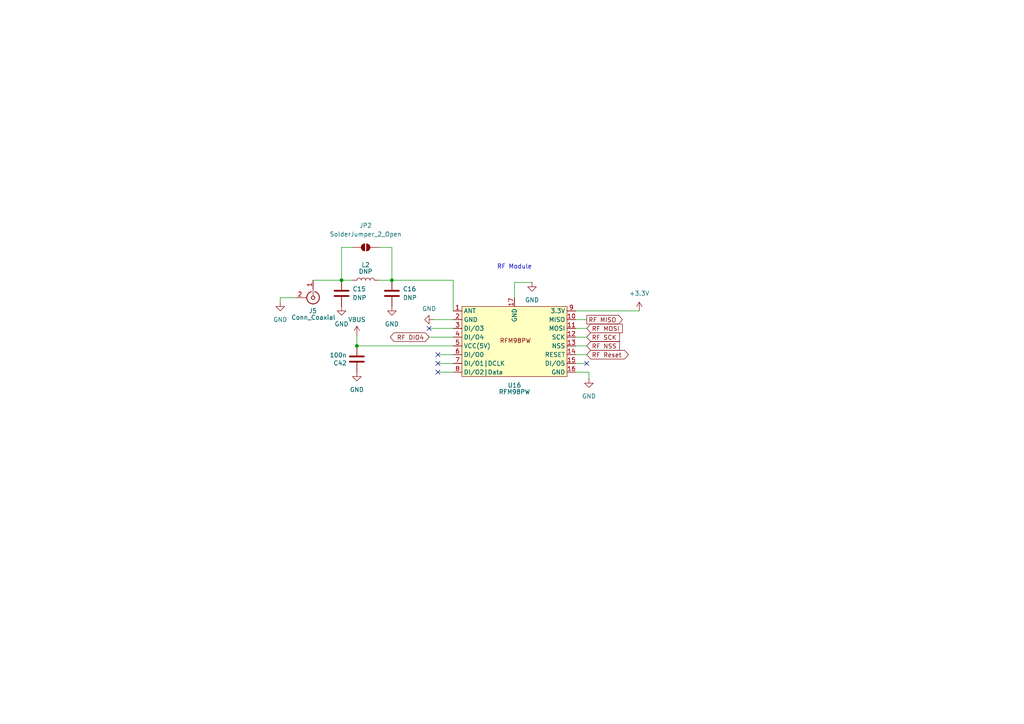
<source format=kicad_sch>
(kicad_sch (version 20250114) (generator "eeschema") (generator_version "9.0")
  (paper "A4")
  (lib_symbols
    (symbol "1my_symbol:RF_Module"
      (property "Reference" "U1" (at 23.876 4.318 0))
      (symbol "RF_Module_1_1"
        (rectangle (start -3.81 -5.08) (end 26.67 -25.4) (fill (type background)))
        (text "RFM98PW" (at 11.684 -14.986 0) (effects (font (size 1.27 1.27))))
        (pin bidirectional line (at -6.35 -6.35 0) (length 2.54) (name "ANT") (number "1"))
        (pin power_in line (at -6.35 -8.89 0) (length 2.54) (name "GND") (number "2"))
        (pin bidirectional line (at -6.35 -11.43 0) (length 2.54) (name "DI/O3") (number "3"))
        (pin bidirectional line (at -6.35 -13.97 0) (length 2.54) (name "DI/O4") (number "4"))
        (pin input line (at -6.35 -16.51 0) (length 2.54) (name "VCC(5V)") (number "5"))
        (pin bidirectional line (at -6.35 -19.05 0) (length 2.54) (name "DI/O0") (number "6"))
        (pin bidirectional line (at -6.35 -21.59 0) (length 2.54) (name "DI/O1|DCLK") (number "7"))
        (pin bidirectional line (at -6.35 -24.13 0) (length 2.54) (name "DI/O2|Data") (number "8"))
        (pin power_in line (at 11.43 -2.54 270) (length 2.54) (name "GND") (number "17"))
        (pin power_out line (at 29.21 -6.35 180) (length 2.54) (name "3.3V") (number "9"))
        (pin output line (at 29.21 -8.89 180) (length 2.54) (name "MISO") (number "10"))
        (pin input line (at 29.21 -11.43 180) (length 2.54) (name "MOSI") (number "11"))
        (pin input line (at 29.21 -13.97 180) (length 2.54) (name "SCK") (number "12"))
        (pin input line (at 29.21 -16.51 180) (length 2.54) (name "NSS") (number "13"))
        (pin bidirectional line (at 29.21 -19.05 180) (length 2.54) (name "RESET") (number "14"))
        (pin bidirectional line (at 29.21 -21.59 180) (length 2.54) (name "DI/O5") (number "15"))
        (pin power_in line (at 29.21 -24.13 180) (length 2.54) (name "GND") (number "16"))
      )
    )
    (symbol "Connector:Conn_Coaxial" (pin_names (offset 1.016) (hide yes))
      (property "Reference" "J" (at 0.254 3.048 0))
      (property "Value" "Conn_Coaxial" (at 2.921 0 90))
      (symbol "Conn_Coaxial_0_1"
        (polyline (pts (xy -2.54 0) (xy -0.508 0)))
        (arc (start 1.778 0) (mid 0.222 -1.8079) (end -1.778 -0.508) (stroke (width 0.254)))
        (arc (start -1.778 0.508) (mid 0.2221 1.8084) (end 1.778 0) (stroke (width 0.254)))
        (circle (center 0 0) (radius 0.508) (stroke (width 0.2032)))
        (polyline (pts (xy 0 -2.54) (xy 0 -1.778)))
      )
      (symbol "Conn_Coaxial_1_1"
        (pin passive line (at -5.08 0 0) (length 2.54) (name "In") (number "1"))
        (pin passive line (at 0 -5.08 90) (length 2.54) (name "Ext") (number "2"))
      )
    )
    (symbol "Device:C" (pin_numbers (hide yes)) (pin_names (offset 0.254))
      (property "Reference" "C" (at 0.635 2.54 0))
      (property "Value" "C" (at 0.635 -2.54 0))
      (symbol "C_0_1"
        (polyline (pts (xy -2.032 0.762) (xy 2.032 0.762)) (stroke (width 0.508)))
        (polyline (pts (xy -2.032 -0.762) (xy 2.032 -0.762)) (stroke (width 0.508)))
      )
      (symbol "C_1_1"
        (pin passive line (at 0 3.81 270) (length 2.794) (name "~") (number "1"))
        (pin passive line (at 0 -3.81 90) (length 2.794) (name "~") (number "2"))
      )
    )
    (symbol "Device:L" (pin_numbers (hide yes)) (pin_names (offset 1.016) (hide yes))
      (property "Reference" "L" (at -1.27 0 90))
      (property "Value" "L" (at 1.905 0 90))
      (symbol "L_0_1"
        (arc (start 0 2.54) (mid 0.6323 1.905) (end 0 1.27))
        (arc (start 0 1.27) (mid 0.6323 0.635) (end 0 0))
        (arc (start 0 0) (mid 0.6323 -0.635) (end 0 -1.27))
        (arc (start 0 -1.27) (mid 0.6323 -1.905) (end 0 -2.54))
      )
      (symbol "L_1_1"
        (pin passive line (at 0 3.81 270) (length 1.27) (name "1") (number "1"))
        (pin passive line (at 0 -3.81 90) (length 1.27) (name "2") (number "2"))
      )
    )
    (symbol "Jumper:SolderJumper_2_Open" (pin_numbers (hide yes)) (pin_names (offset 0) (hide yes)) (exclude_from_sim yes) (in_bom no)
      (property "Reference" "JP" (at 0 2.032 0))
      (property "Value" "SolderJumper_2_Open" (at 0 -2.54 0))
      (symbol "SolderJumper_2_Open_0_1"
        (polyline (pts (xy -0.254 1.016) (xy -0.254 -1.016)))
        (arc (start -0.254 -1.016) (mid -1.2656 0) (end -0.254 1.016))
        (arc (start -0.254 -1.016) (mid -1.2656 0) (end -0.254 1.016) (fill (type outline)))
        (arc (start 0.254 1.016) (mid 1.2656 0) (end 0.254 -1.016))
        (arc (start 0.254 1.016) (mid 1.2656 0) (end 0.254 -1.016) (fill (type outline)))
        (polyline (pts (xy 0.254 1.016) (xy 0.254 -1.016)))
      )
      (symbol "SolderJumper_2_Open_1_1"
        (pin passive line (at -3.81 0 0) (length 2.54) (name "A") (number "1"))
        (pin passive line (at 3.81 0 180) (length 2.54) (name "B") (number "2"))
      )
    )
    (symbol "power:+3.3V" (power) (pin_numbers (hide yes)) (pin_names (offset 0) (hide yes))
      (property "Value" "+3.3V" (at 0 3.556 0))
      (symbol "+3.3V_0_1"
        (polyline (pts (xy -0.762 1.27) (xy 0 2.54)))
        (polyline (pts (xy 0 2.54) (xy 0.762 1.27)))
        (polyline (pts (xy 0 0) (xy 0 2.54)))
      )
      (symbol "+3.3V_1_1"
        (pin power_in line (at 0 0 90) (length 0) (name "~") (number "1"))
      )
    )
    (symbol "power:GND" (power) (pin_numbers (hide yes)) (pin_names (offset 0) (hide yes))
      (property "Value" "GND" (at 0 -3.81 0))
      (symbol "GND_0_1"
        (polyline (pts (xy 0 0) (xy 0 -1.27) (xy 1.27 -1.27) (xy 0 -2.54) (xy -1.27 -1.27) (xy 0 -1.27)))
      )
      (symbol "GND_1_1"
        (pin power_in line (at 0 0 270) (length 0) (name "~") (number "1"))
      )
    )
    (symbol "power:VBUS" (power) (pin_numbers (hide yes)) (pin_names (offset 0) (hide yes))
      (property "Value" "VBUS" (at 0 3.556 0))
      (symbol "VBUS_0_1"
        (polyline (pts (xy -0.762 1.27) (xy 0 2.54)))
        (polyline (pts (xy 0 2.54) (xy 0.762 1.27)))
        (polyline (pts (xy 0 0) (xy 0 2.54)))
      )
      (symbol "VBUS_1_1"
        (pin power_in line (at 0 0 90) (length 0) (name "~") (number "1"))
      )
    )
  )
  (text "RF Module" (at 149.225 77.47 0) (effects (font (size 1.27 1.27))))
  (junction (at 99.06 81.28))
  (junction (at 103.505 100.33))
  (junction (at 113.665 81.28))
  (no_connect (at 127 105.41))
  (no_connect (at 127 102.87))
  (no_connect (at 124.46 95.25))
  (no_connect (at 127 107.95))
  (no_connect (at 170.18 105.41))
  (wire (pts (xy 131.445 81.28) (xy 131.445 90.17)))
  (wire (pts (xy 127 105.41) (xy 131.445 105.41)))
  (wire (pts (xy 127 107.95) (xy 131.445 107.95)))
  (wire (pts (xy 81.28 86.36) (xy 85.725 86.36)))
  (wire (pts (xy 170.815 107.95) (xy 170.815 109.855)))
  (wire (pts (xy 167.005 107.95) (xy 170.815 107.95)))
  (wire (pts (xy 90.805 81.28) (xy 99.06 81.28)))
  (wire (pts (xy 167.005 105.41) (xy 170.18 105.41)))
  (wire (pts (xy 167.005 97.79) (xy 170.18 97.79)))
  (wire (pts (xy 125.73 92.71) (xy 131.445 92.71)))
  (wire (pts (xy 124.46 95.25) (xy 131.445 95.25)))
  (wire (pts (xy 167.005 92.71) (xy 170.18 92.71)))
  (wire (pts (xy 99.06 71.755) (xy 99.06 81.28)))
  (wire (pts (xy 113.665 71.755) (xy 113.665 81.28)))
  (wire (pts (xy 102.235 71.755) (xy 99.06 71.755)))
  (wire (pts (xy 167.005 100.33) (xy 170.18 100.33)))
  (wire (pts (xy 103.505 97.155) (xy 103.505 100.33)))
  (wire (pts (xy 167.005 90.17) (xy 185.42 90.17)))
  (wire (pts (xy 127 102.87) (xy 131.445 102.87)))
  (wire (pts (xy 149.225 86.36) (xy 149.225 81.915)))
  (wire (pts (xy 109.855 81.28) (xy 113.665 81.28)))
  (wire (pts (xy 167.005 95.25) (xy 170.18 95.25)))
  (wire (pts (xy 149.225 81.915) (xy 154.305 81.915)))
  (wire (pts (xy 167.005 102.87) (xy 170.18 102.87)))
  (wire (pts (xy 109.855 71.755) (xy 113.665 71.755)))
  (wire (pts (xy 99.06 81.28) (xy 102.235 81.28)))
  (wire (pts (xy 103.505 100.33) (xy 131.445 100.33)))
  (wire (pts (xy 113.665 81.28) (xy 131.445 81.28)))
  (wire (pts (xy 124.46 97.79) (xy 131.445 97.79)))
  (wire (pts (xy 81.28 87.63) (xy 81.28 86.36)))
  (global_label "RF NSS" (shape input) (at 170.18 100.33 0) (property "Intersheetrefs" "${INTERSHEET_REFS}" (effects (hide yes))))
  (global_label "RF SCK" (shape input) (at 170.18 97.79 0) (property "Intersheetrefs" "${INTERSHEET_REFS}" (effects (hide yes))))
  (global_label "RF DIO4" (shape bidirectional) (at 124.46 97.79 180) (property "Intersheetrefs" "${INTERSHEET_REFS}" (effects (hide yes))))
  (global_label "RF MOSI" (shape input) (at 170.18 95.25 0) (property "Intersheetrefs" "${INTERSHEET_REFS}" (effects (hide yes))))
  (global_label "RF MISO" (shape output) (at 170.18 92.71 0) (property "Intersheetrefs" "${INTERSHEET_REFS}" (effects (hide yes))))
  (global_label "RF Reset" (shape bidirectional) (at 170.18 102.87 0) (property "Intersheetrefs" "${INTERSHEET_REFS}" (effects (hide yes))))
  (symbol (lib_id "Device:C") (at 113.665 85.09 0) (unit 1)
    (property "Reference" "C16" (at 116.84 83.8199 0) (effects (justify left)))
    (property "Value" "DNP" (at 116.84 86.3599 0) (effects (justify left)))
    (property "Footprint" "Capacitor_SMD:C_0402_1005Metric" (effects (hide yes)))
    (property "Description" "Unpolarized capacitor" (effects (hide yes)))
  )
  (symbol (lib_id "power:+3.3V") (at 185.42 90.17 0) (unit 1)
    (property "Reference" "#PWR0109" (effects (hide yes)))
    (property "Value" "+3.3V" (at 185.42 85.09 0))
    (property "Description" "Power symbol creates a global label with name \"+3.3V\"" (effects (hide yes)))
  )
  (symbol (lib_id "power:GND") (at 154.305 81.915 0) (unit 1)
    (property "Reference" "#PWR0107" (effects (hide yes)))
    (property "Value" "GND" (at 154.305 86.995 0))
    (property "Description" "Power symbol creates a global label with name \"GND\" , ground" (effects (hide yes)))
  )
  (symbol (lib_id "power:GND") (at 125.73 92.71 270) (unit 1)
    (property "Reference" "#PWR0106" (effects (hide yes)))
    (property "Value" "GND" (at 124.46 89.535 90))
    (property "Description" "Power symbol creates a global label with name \"GND\" , ground" (effects (hide yes)))
  )
  (symbol (lib_id "power:VBUS") (at 103.505 97.155 0) (unit 1)
    (property "Reference" "#PWR05" (effects (hide yes)))
    (property "Value" "VBUS" (at 103.505 92.71 0))
    (property "Description" "Power symbol creates a global label with name \"VBUS\"" (effects (hide yes)))
  )
  (symbol (lib_id "power:GND") (at 81.28 87.63 0) (unit 1)
    (property "Reference" "#PWR0101" (effects (hide yes)))
    (property "Value" "GND" (at 81.28 92.71 0))
    (property "Description" "Power symbol creates a global label with name \"GND\" , ground" (effects (hide yes)))
  )
  (symbol (lib_id "1my_symbol:RF_Module") (at 137.795 83.82 0) (unit 1)
    (property "Reference" "U16" (at 149.225 111.76 0))
    (property "Value" "RFM98PW" (at 149.225 113.665 0))
    (property "Footprint" "1my_footprints:RFM98PW" (effects (hide yes)))
    (property "Datasheet" "https://www.hoperf.com/uploads/RFM98PW_RFM95PWRFTransmitterandReceiverModuleDatasheetREV1.1_1695351398.pdf" (effects (hide yes)))
    (property "Description" "RF Module :)" (effects (hide yes)))
  )
  (symbol (lib_id "Connector:Conn_Coaxial") (at 90.805 86.36 270) (unit 1)
    (property "Reference" "J5" (at 89.535 90.17 90) (effects (justify left)))
    (property "Value" "Conn_Coaxial" (at 84.455 92.075 90) (effects (justify left)))
    (property "Footprint" "Connector_Coaxial:MMCX_Molex_73415-1471_Vertical" (effects (hide yes)))
    (property "Description" "coaxial connector (BNC, SMA, SMB, SMC, Cinch/RCA, LEMO, ...)" (effects (hide yes)))
  )
  (symbol (lib_id "Device:C") (at 103.505 104.14 180) (unit 1)
    (property "Reference" "C42" (at 100.584 105.3084 0) (effects (justify left)))
    (property "Value" "100n" (at 100.584 102.997 0) (effects (justify left)))
    (property "Footprint" "Capacitor_SMD:C_0402_1005Metric" (effects (hide yes)))
  )
  (symbol (lib_id "power:GND") (at 113.665 88.9 0) (unit 1)
    (property "Reference" "#PWR0105" (effects (hide yes)))
    (property "Value" "GND" (at 113.665 93.98 0))
    (property "Description" "Power symbol creates a global label with name \"GND\" , ground" (effects (hide yes)))
  )
  (symbol (lib_id "Jumper:SolderJumper_2_Open") (at 106.045 71.755 0) (unit 1) (exclude_from_sim yes) (in_bom no)
    (property "Reference" "JP2" (at 106.045 65.405 0))
    (property "Value" "SolderJumper_2_Open" (at 106.045 67.945 0))
    (property "Footprint" "Jumper:SolderJumper-2_P1.3mm_Open_Pad1.0x1.5mm" (effects (hide yes)))
    (property "Description" "Solder Jumper, 2-pole, open" (effects (hide yes)))
  )
  (symbol (lib_id "Device:L") (at 106.045 81.28 90) (unit 1)
    (property "Reference" "L2" (at 106.045 76.835 90))
    (property "Value" "DNP" (at 106.045 78.74 90))
    (property "Footprint" "Inductor_SMD:L_0201_0603Metric" (effects (hide yes)))
    (property "Description" "Inductor" (effects (hide yes)))
  )
  (symbol (lib_id "power:GND") (at 170.815 109.855 0) (unit 1)
    (property "Reference" "#PWR0108" (effects (hide yes)))
    (property "Value" "GND" (at 170.815 114.935 0))
    (property "Description" "Power symbol creates a global label with name \"GND\" , ground" (effects (hide yes)))
  )
  (symbol (lib_id "Device:C") (at 99.06 85.09 0) (unit 1)
    (property "Reference" "C15" (at 102.235 83.8199 0) (effects (justify left)))
    (property "Value" "DNP" (at 102.235 86.3599 0) (effects (justify left)))
    (property "Footprint" "Capacitor_SMD:C_0402_1005Metric" (effects (hide yes)))
    (property "Description" "Unpolarized capacitor" (effects (hide yes)))
  )
  (symbol (lib_id "power:GND") (at 103.505 107.95 0) (unit 1)
    (property "Reference" "#PWR0104" (effects (hide yes)))
    (property "Value" "GND" (at 103.505 113.03 0))
    (property "Description" "Power symbol creates a global label with name \"GND\" , ground" (effects (hide yes)))
  )
  (symbol (lib_id "power:GND") (at 99.06 88.9 0) (unit 1)
    (property "Reference" "#PWR0102" (effects (hide yes)))
    (property "Value" "GND" (at 99.06 93.98 0))
    (property "Description" "Power symbol creates a global label with name \"GND\" , ground" (effects (hide yes)))
  )
)
</source>
